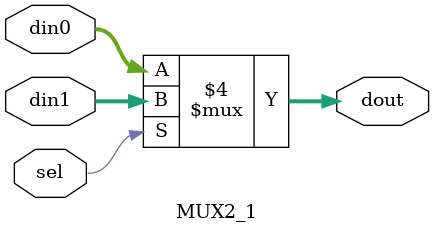
<source format=v>
`timescale 1ns / 1ps


module MUX2_1#(
    parameter WIDTH = 5
)(
    input [WIDTH-1:0] din0, din1,
    input sel,
    output reg [WIDTH-1:0] dout
    );

    always @(*) begin
        if(!sel)    dout = din0;
        else        dout = din1;
    end
endmodule

</source>
